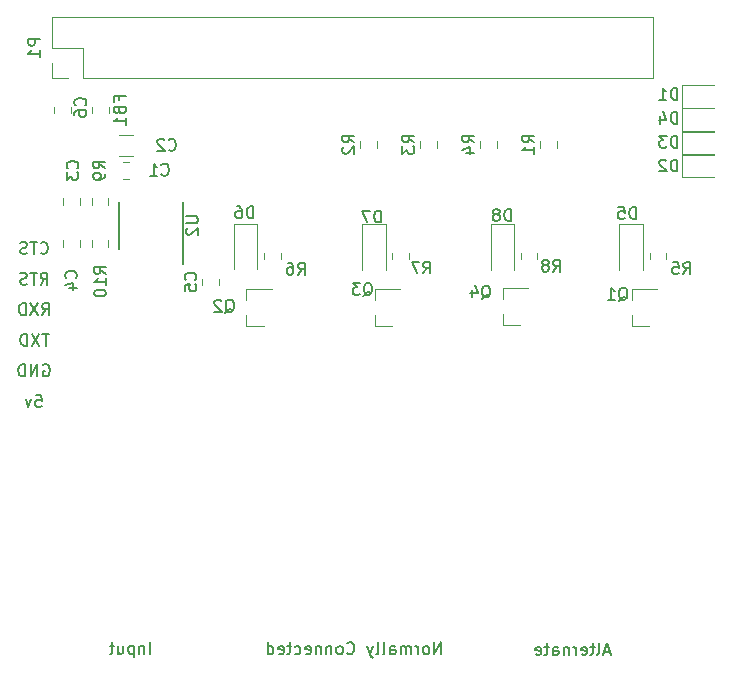
<source format=gbo>
G04 #@! TF.GenerationSoftware,KiCad,Pcbnew,(5.1.4)-1*
G04 #@! TF.CreationDate,2020-08-22T19:18:41-05:00*
G04 #@! TF.ProjectId,NetworkBreaker,4e657477-6f72-46b4-9272-65616b65722e,rev?*
G04 #@! TF.SameCoordinates,Original*
G04 #@! TF.FileFunction,Legend,Bot*
G04 #@! TF.FilePolarity,Positive*
%FSLAX46Y46*%
G04 Gerber Fmt 4.6, Leading zero omitted, Abs format (unit mm)*
G04 Created by KiCad (PCBNEW (5.1.4)-1) date 2020-08-22 19:18:41*
%MOMM*%
%LPD*%
G04 APERTURE LIST*
%ADD10C,0.150000*%
%ADD11C,0.120000*%
G04 APERTURE END LIST*
D10*
X206338819Y-114974942D02*
X206386438Y-115022561D01*
X206529295Y-115070180D01*
X206624533Y-115070180D01*
X206767390Y-115022561D01*
X206862628Y-114927323D01*
X206910247Y-114832085D01*
X206957866Y-114641609D01*
X206957866Y-114498752D01*
X206910247Y-114308276D01*
X206862628Y-114213038D01*
X206767390Y-114117800D01*
X206624533Y-114070180D01*
X206529295Y-114070180D01*
X206386438Y-114117800D01*
X206338819Y-114165419D01*
X206053104Y-114070180D02*
X205481676Y-114070180D01*
X205767390Y-115070180D02*
X205767390Y-114070180D01*
X205195961Y-115022561D02*
X205053104Y-115070180D01*
X204815009Y-115070180D01*
X204719771Y-115022561D01*
X204672152Y-114974942D01*
X204624533Y-114879704D01*
X204624533Y-114784466D01*
X204672152Y-114689228D01*
X204719771Y-114641609D01*
X204815009Y-114593990D01*
X205005485Y-114546371D01*
X205100723Y-114498752D01*
X205148342Y-114451133D01*
X205195961Y-114355895D01*
X205195961Y-114260657D01*
X205148342Y-114165419D01*
X205100723Y-114117800D01*
X205005485Y-114070180D01*
X204767390Y-114070180D01*
X204624533Y-114117800D01*
X206457866Y-120251780D02*
X206791200Y-119775590D01*
X207029295Y-120251780D02*
X207029295Y-119251780D01*
X206648342Y-119251780D01*
X206553104Y-119299400D01*
X206505485Y-119347019D01*
X206457866Y-119442257D01*
X206457866Y-119585114D01*
X206505485Y-119680352D01*
X206553104Y-119727971D01*
X206648342Y-119775590D01*
X207029295Y-119775590D01*
X206124533Y-119251780D02*
X205457866Y-120251780D01*
X205457866Y-119251780D02*
X206124533Y-120251780D01*
X205076914Y-120251780D02*
X205076914Y-119251780D01*
X204838819Y-119251780D01*
X204695961Y-119299400D01*
X204600723Y-119394638D01*
X204553104Y-119489876D01*
X204505485Y-119680352D01*
X204505485Y-119823209D01*
X204553104Y-120013685D01*
X204600723Y-120108923D01*
X204695961Y-120204161D01*
X204838819Y-120251780D01*
X205076914Y-120251780D01*
X205934057Y-127024180D02*
X206410247Y-127024180D01*
X206457866Y-127500371D01*
X206410247Y-127452752D01*
X206315009Y-127405133D01*
X206076914Y-127405133D01*
X205981676Y-127452752D01*
X205934057Y-127500371D01*
X205886438Y-127595609D01*
X205886438Y-127833704D01*
X205934057Y-127928942D01*
X205981676Y-127976561D01*
X206076914Y-128024180D01*
X206315009Y-128024180D01*
X206410247Y-127976561D01*
X206457866Y-127928942D01*
X205553104Y-127357514D02*
X205315009Y-128024180D01*
X205076914Y-127357514D01*
X206553104Y-124481000D02*
X206648342Y-124433380D01*
X206791200Y-124433380D01*
X206934057Y-124481000D01*
X207029295Y-124576238D01*
X207076914Y-124671476D01*
X207124533Y-124861952D01*
X207124533Y-125004809D01*
X207076914Y-125195285D01*
X207029295Y-125290523D01*
X206934057Y-125385761D01*
X206791200Y-125433380D01*
X206695961Y-125433380D01*
X206553104Y-125385761D01*
X206505485Y-125338142D01*
X206505485Y-125004809D01*
X206695961Y-125004809D01*
X206076914Y-125433380D02*
X206076914Y-124433380D01*
X205505485Y-125433380D01*
X205505485Y-124433380D01*
X205029295Y-125433380D02*
X205029295Y-124433380D01*
X204791200Y-124433380D01*
X204648342Y-124481000D01*
X204553104Y-124576238D01*
X204505485Y-124671476D01*
X204457866Y-124861952D01*
X204457866Y-125004809D01*
X204505485Y-125195285D01*
X204553104Y-125290523D01*
X204648342Y-125385761D01*
X204791200Y-125433380D01*
X205029295Y-125433380D01*
X206338819Y-117660980D02*
X206672152Y-117184790D01*
X206910247Y-117660980D02*
X206910247Y-116660980D01*
X206529295Y-116660980D01*
X206434057Y-116708600D01*
X206386438Y-116756219D01*
X206338819Y-116851457D01*
X206338819Y-116994314D01*
X206386438Y-117089552D01*
X206434057Y-117137171D01*
X206529295Y-117184790D01*
X206910247Y-117184790D01*
X206053104Y-116660980D02*
X205481676Y-116660980D01*
X205767390Y-117660980D02*
X205767390Y-116660980D01*
X205195961Y-117613361D02*
X205053104Y-117660980D01*
X204815009Y-117660980D01*
X204719771Y-117613361D01*
X204672152Y-117565742D01*
X204624533Y-117470504D01*
X204624533Y-117375266D01*
X204672152Y-117280028D01*
X204719771Y-117232409D01*
X204815009Y-117184790D01*
X205005485Y-117137171D01*
X205100723Y-117089552D01*
X205148342Y-117041933D01*
X205195961Y-116946695D01*
X205195961Y-116851457D01*
X205148342Y-116756219D01*
X205100723Y-116708600D01*
X205005485Y-116660980D01*
X204767390Y-116660980D01*
X204624533Y-116708600D01*
X207053104Y-121842580D02*
X206481676Y-121842580D01*
X206767390Y-122842580D02*
X206767390Y-121842580D01*
X206243580Y-121842580D02*
X205576914Y-122842580D01*
X205576914Y-121842580D02*
X206243580Y-122842580D01*
X205195961Y-122842580D02*
X205195961Y-121842580D01*
X204957866Y-121842580D01*
X204815009Y-121890200D01*
X204719771Y-121985438D01*
X204672152Y-122080676D01*
X204624533Y-122271152D01*
X204624533Y-122414009D01*
X204672152Y-122604485D01*
X204719771Y-122699723D01*
X204815009Y-122794961D01*
X204957866Y-122842580D01*
X205195961Y-122842580D01*
X240251733Y-148953780D02*
X240251733Y-147953780D01*
X239680304Y-148953780D01*
X239680304Y-147953780D01*
X239061257Y-148953780D02*
X239156495Y-148906161D01*
X239204114Y-148858542D01*
X239251733Y-148763304D01*
X239251733Y-148477590D01*
X239204114Y-148382352D01*
X239156495Y-148334733D01*
X239061257Y-148287114D01*
X238918400Y-148287114D01*
X238823161Y-148334733D01*
X238775542Y-148382352D01*
X238727923Y-148477590D01*
X238727923Y-148763304D01*
X238775542Y-148858542D01*
X238823161Y-148906161D01*
X238918400Y-148953780D01*
X239061257Y-148953780D01*
X238299352Y-148953780D02*
X238299352Y-148287114D01*
X238299352Y-148477590D02*
X238251733Y-148382352D01*
X238204114Y-148334733D01*
X238108876Y-148287114D01*
X238013638Y-148287114D01*
X237680304Y-148953780D02*
X237680304Y-148287114D01*
X237680304Y-148382352D02*
X237632685Y-148334733D01*
X237537447Y-148287114D01*
X237394590Y-148287114D01*
X237299352Y-148334733D01*
X237251733Y-148429971D01*
X237251733Y-148953780D01*
X237251733Y-148429971D02*
X237204114Y-148334733D01*
X237108876Y-148287114D01*
X236966019Y-148287114D01*
X236870780Y-148334733D01*
X236823161Y-148429971D01*
X236823161Y-148953780D01*
X235918400Y-148953780D02*
X235918400Y-148429971D01*
X235966019Y-148334733D01*
X236061257Y-148287114D01*
X236251733Y-148287114D01*
X236346971Y-148334733D01*
X235918400Y-148906161D02*
X236013638Y-148953780D01*
X236251733Y-148953780D01*
X236346971Y-148906161D01*
X236394590Y-148810923D01*
X236394590Y-148715685D01*
X236346971Y-148620447D01*
X236251733Y-148572828D01*
X236013638Y-148572828D01*
X235918400Y-148525209D01*
X235299352Y-148953780D02*
X235394590Y-148906161D01*
X235442209Y-148810923D01*
X235442209Y-147953780D01*
X234775542Y-148953780D02*
X234870780Y-148906161D01*
X234918400Y-148810923D01*
X234918400Y-147953780D01*
X234489828Y-148287114D02*
X234251733Y-148953780D01*
X234013638Y-148287114D02*
X234251733Y-148953780D01*
X234346971Y-149191876D01*
X234394590Y-149239495D01*
X234489828Y-149287114D01*
X232299352Y-148858542D02*
X232346971Y-148906161D01*
X232489828Y-148953780D01*
X232585066Y-148953780D01*
X232727923Y-148906161D01*
X232823161Y-148810923D01*
X232870780Y-148715685D01*
X232918400Y-148525209D01*
X232918400Y-148382352D01*
X232870780Y-148191876D01*
X232823161Y-148096638D01*
X232727923Y-148001400D01*
X232585066Y-147953780D01*
X232489828Y-147953780D01*
X232346971Y-148001400D01*
X232299352Y-148049019D01*
X231727923Y-148953780D02*
X231823161Y-148906161D01*
X231870780Y-148858542D01*
X231918400Y-148763304D01*
X231918400Y-148477590D01*
X231870780Y-148382352D01*
X231823161Y-148334733D01*
X231727923Y-148287114D01*
X231585066Y-148287114D01*
X231489828Y-148334733D01*
X231442209Y-148382352D01*
X231394590Y-148477590D01*
X231394590Y-148763304D01*
X231442209Y-148858542D01*
X231489828Y-148906161D01*
X231585066Y-148953780D01*
X231727923Y-148953780D01*
X230966019Y-148287114D02*
X230966019Y-148953780D01*
X230966019Y-148382352D02*
X230918400Y-148334733D01*
X230823161Y-148287114D01*
X230680304Y-148287114D01*
X230585066Y-148334733D01*
X230537447Y-148429971D01*
X230537447Y-148953780D01*
X230061257Y-148287114D02*
X230061257Y-148953780D01*
X230061257Y-148382352D02*
X230013638Y-148334733D01*
X229918400Y-148287114D01*
X229775542Y-148287114D01*
X229680304Y-148334733D01*
X229632685Y-148429971D01*
X229632685Y-148953780D01*
X228775542Y-148906161D02*
X228870780Y-148953780D01*
X229061257Y-148953780D01*
X229156495Y-148906161D01*
X229204114Y-148810923D01*
X229204114Y-148429971D01*
X229156495Y-148334733D01*
X229061257Y-148287114D01*
X228870780Y-148287114D01*
X228775542Y-148334733D01*
X228727923Y-148429971D01*
X228727923Y-148525209D01*
X229204114Y-148620447D01*
X227870780Y-148906161D02*
X227966019Y-148953780D01*
X228156495Y-148953780D01*
X228251733Y-148906161D01*
X228299352Y-148858542D01*
X228346971Y-148763304D01*
X228346971Y-148477590D01*
X228299352Y-148382352D01*
X228251733Y-148334733D01*
X228156495Y-148287114D01*
X227966019Y-148287114D01*
X227870780Y-148334733D01*
X227585066Y-148287114D02*
X227204114Y-148287114D01*
X227442209Y-147953780D02*
X227442209Y-148810923D01*
X227394590Y-148906161D01*
X227299352Y-148953780D01*
X227204114Y-148953780D01*
X226489828Y-148906161D02*
X226585066Y-148953780D01*
X226775542Y-148953780D01*
X226870780Y-148906161D01*
X226918400Y-148810923D01*
X226918400Y-148429971D01*
X226870780Y-148334733D01*
X226775542Y-148287114D01*
X226585066Y-148287114D01*
X226489828Y-148334733D01*
X226442209Y-148429971D01*
X226442209Y-148525209D01*
X226918400Y-148620447D01*
X225585066Y-148953780D02*
X225585066Y-147953780D01*
X225585066Y-148906161D02*
X225680304Y-148953780D01*
X225870780Y-148953780D01*
X225966019Y-148906161D01*
X226013638Y-148858542D01*
X226061257Y-148763304D01*
X226061257Y-148477590D01*
X226013638Y-148382352D01*
X225966019Y-148334733D01*
X225870780Y-148287114D01*
X225680304Y-148287114D01*
X225585066Y-148334733D01*
X215612857Y-148902980D02*
X215612857Y-147902980D01*
X215136666Y-148236314D02*
X215136666Y-148902980D01*
X215136666Y-148331552D02*
X215089047Y-148283933D01*
X214993809Y-148236314D01*
X214850952Y-148236314D01*
X214755714Y-148283933D01*
X214708095Y-148379171D01*
X214708095Y-148902980D01*
X214231904Y-148236314D02*
X214231904Y-149236314D01*
X214231904Y-148283933D02*
X214136666Y-148236314D01*
X213946190Y-148236314D01*
X213850952Y-148283933D01*
X213803333Y-148331552D01*
X213755714Y-148426790D01*
X213755714Y-148712504D01*
X213803333Y-148807742D01*
X213850952Y-148855361D01*
X213946190Y-148902980D01*
X214136666Y-148902980D01*
X214231904Y-148855361D01*
X212898571Y-148236314D02*
X212898571Y-148902980D01*
X213327142Y-148236314D02*
X213327142Y-148760123D01*
X213279523Y-148855361D01*
X213184285Y-148902980D01*
X213041428Y-148902980D01*
X212946190Y-148855361D01*
X212898571Y-148807742D01*
X212565238Y-148236314D02*
X212184285Y-148236314D01*
X212422380Y-147902980D02*
X212422380Y-148760123D01*
X212374761Y-148855361D01*
X212279523Y-148902980D01*
X212184285Y-148902980D01*
X254527057Y-148744266D02*
X254050866Y-148744266D01*
X254622295Y-149029980D02*
X254288961Y-148029980D01*
X253955628Y-149029980D01*
X253479438Y-149029980D02*
X253574676Y-148982361D01*
X253622295Y-148887123D01*
X253622295Y-148029980D01*
X253241342Y-148363314D02*
X252860390Y-148363314D01*
X253098485Y-148029980D02*
X253098485Y-148887123D01*
X253050866Y-148982361D01*
X252955628Y-149029980D01*
X252860390Y-149029980D01*
X252146104Y-148982361D02*
X252241342Y-149029980D01*
X252431819Y-149029980D01*
X252527057Y-148982361D01*
X252574676Y-148887123D01*
X252574676Y-148506171D01*
X252527057Y-148410933D01*
X252431819Y-148363314D01*
X252241342Y-148363314D01*
X252146104Y-148410933D01*
X252098485Y-148506171D01*
X252098485Y-148601409D01*
X252574676Y-148696647D01*
X251669914Y-149029980D02*
X251669914Y-148363314D01*
X251669914Y-148553790D02*
X251622295Y-148458552D01*
X251574676Y-148410933D01*
X251479438Y-148363314D01*
X251384200Y-148363314D01*
X251050866Y-148363314D02*
X251050866Y-149029980D01*
X251050866Y-148458552D02*
X251003247Y-148410933D01*
X250908009Y-148363314D01*
X250765152Y-148363314D01*
X250669914Y-148410933D01*
X250622295Y-148506171D01*
X250622295Y-149029980D01*
X249717533Y-149029980D02*
X249717533Y-148506171D01*
X249765152Y-148410933D01*
X249860390Y-148363314D01*
X250050866Y-148363314D01*
X250146104Y-148410933D01*
X249717533Y-148982361D02*
X249812771Y-149029980D01*
X250050866Y-149029980D01*
X250146104Y-148982361D01*
X250193723Y-148887123D01*
X250193723Y-148791885D01*
X250146104Y-148696647D01*
X250050866Y-148649028D01*
X249812771Y-148649028D01*
X249717533Y-148601409D01*
X249384200Y-148363314D02*
X249003247Y-148363314D01*
X249241342Y-148029980D02*
X249241342Y-148887123D01*
X249193723Y-148982361D01*
X249098485Y-149029980D01*
X249003247Y-149029980D01*
X248288961Y-148982361D02*
X248384200Y-149029980D01*
X248574676Y-149029980D01*
X248669914Y-148982361D01*
X248717533Y-148887123D01*
X248717533Y-148506171D01*
X248669914Y-148410933D01*
X248574676Y-148363314D01*
X248384200Y-148363314D01*
X248288961Y-148410933D01*
X248241342Y-148506171D01*
X248241342Y-148601409D01*
X248717533Y-148696647D01*
D11*
X233565166Y-112557500D02*
X233565166Y-116407500D01*
X235565166Y-112557500D02*
X235565166Y-116407500D01*
X233565166Y-112557500D02*
X235565166Y-112557500D01*
X210669200Y-114444578D02*
X210669200Y-113927422D01*
X212089200Y-114444578D02*
X212089200Y-113927422D01*
X210669200Y-110888578D02*
X210669200Y-110371422D01*
X212089200Y-110888578D02*
X212089200Y-110371422D01*
X210720000Y-103169652D02*
X210720000Y-102647148D01*
X212140000Y-103169652D02*
X212140000Y-102647148D01*
X207519600Y-103166978D02*
X207519600Y-102649822D01*
X208939600Y-103166978D02*
X208939600Y-102649822D01*
X221436400Y-117178622D02*
X221436400Y-117695778D01*
X220016400Y-117178622D02*
X220016400Y-117695778D01*
X209701600Y-113927422D02*
X209701600Y-114444578D01*
X208281600Y-113927422D02*
X208281600Y-114444578D01*
X209701600Y-110371422D02*
X209701600Y-110888578D01*
X208281600Y-110371422D02*
X208281600Y-110888578D01*
X214165664Y-106815600D02*
X212961536Y-106815600D01*
X214165664Y-104995600D02*
X212961536Y-104995600D01*
X213822178Y-108698400D02*
X213305022Y-108698400D01*
X213822178Y-107278400D02*
X213305022Y-107278400D01*
X245468000Y-121100000D02*
X246928000Y-121100000D01*
X245468000Y-117940000D02*
X247628000Y-117940000D01*
X245468000Y-117940000D02*
X245468000Y-118870000D01*
X245468000Y-121100000D02*
X245468000Y-120170000D01*
X234630666Y-121163500D02*
X236090666Y-121163500D01*
X234630666Y-118003500D02*
X236790666Y-118003500D01*
X234630666Y-118003500D02*
X234630666Y-118933500D01*
X234630666Y-121163500D02*
X234630666Y-120233500D01*
X223776400Y-121163500D02*
X225236400Y-121163500D01*
X223776400Y-118003500D02*
X225936400Y-118003500D01*
X223776400Y-118003500D02*
X223776400Y-118933500D01*
X223776400Y-121163500D02*
X223776400Y-120233500D01*
X244444832Y-112557500D02*
X244444832Y-116407500D01*
X246444832Y-112557500D02*
X246444832Y-116407500D01*
X244444832Y-112557500D02*
X246444832Y-112557500D01*
X222685500Y-112522500D02*
X222685500Y-116372500D01*
X224685500Y-112522500D02*
X224685500Y-116372500D01*
X222685500Y-112522500D02*
X224685500Y-112522500D01*
X255324500Y-112557500D02*
X255324500Y-116407500D01*
X257324500Y-112557500D02*
X257324500Y-116407500D01*
X255324500Y-112557500D02*
X257324500Y-112557500D01*
D10*
X218422200Y-115937000D02*
X218422200Y-110662000D01*
X213022200Y-114662000D02*
X213022200Y-110662000D01*
D11*
X246978500Y-115536078D02*
X246978500Y-115018922D01*
X248398500Y-115536078D02*
X248398500Y-115018922D01*
X236120000Y-115536078D02*
X236120000Y-115018922D01*
X237540000Y-115536078D02*
X237540000Y-115018922D01*
X225248800Y-115501078D02*
X225248800Y-114983922D01*
X226668800Y-115501078D02*
X226668800Y-114983922D01*
X257900500Y-115536078D02*
X257900500Y-115018922D01*
X259320500Y-115536078D02*
X259320500Y-115018922D01*
X244969500Y-105545422D02*
X244969500Y-106062578D01*
X243549500Y-105545422D02*
X243549500Y-106062578D01*
X239889500Y-105545422D02*
X239889500Y-106062578D01*
X238469500Y-105545422D02*
X238469500Y-106062578D01*
X234809500Y-105545422D02*
X234809500Y-106062578D01*
X233389500Y-105545422D02*
X233389500Y-106062578D01*
X250049500Y-105545422D02*
X250049500Y-106062578D01*
X248629500Y-105545422D02*
X248629500Y-106062578D01*
X256390000Y-121163500D02*
X257850000Y-121163500D01*
X256390000Y-118003500D02*
X258550000Y-118003500D01*
X256390000Y-118003500D02*
X256390000Y-118933500D01*
X256390000Y-121163500D02*
X256390000Y-120233500D01*
X207306000Y-98882500D02*
X207306000Y-100212500D01*
X207306000Y-100212500D02*
X208636000Y-100212500D01*
X207306000Y-97612500D02*
X209906000Y-97612500D01*
X209906000Y-97612500D02*
X209906000Y-100212500D01*
X209906000Y-100212500D02*
X258226000Y-100212500D01*
X258226000Y-95012500D02*
X258226000Y-100212500D01*
X207306000Y-95012500D02*
X258226000Y-95012500D01*
X207306000Y-95012500D02*
X207306000Y-97612500D01*
X260672000Y-102744266D02*
X263357000Y-102744266D01*
X260672000Y-104664266D02*
X260672000Y-102744266D01*
X263357000Y-104664266D02*
X260672000Y-104664266D01*
X260672000Y-104708532D02*
X263357000Y-104708532D01*
X260672000Y-106628532D02*
X260672000Y-104708532D01*
X263357000Y-106628532D02*
X260672000Y-106628532D01*
X260672000Y-106672798D02*
X263357000Y-106672798D01*
X260672000Y-108592798D02*
X260672000Y-106672798D01*
X263357000Y-108592798D02*
X260672000Y-108592798D01*
X260672000Y-100780000D02*
X263357000Y-100780000D01*
X260672000Y-102700000D02*
X260672000Y-100780000D01*
X263357000Y-102700000D02*
X260672000Y-102700000D01*
D10*
X235155095Y-112403180D02*
X235155095Y-111403180D01*
X234917000Y-111403180D01*
X234774142Y-111450800D01*
X234678904Y-111546038D01*
X234631285Y-111641276D01*
X234583666Y-111831752D01*
X234583666Y-111974609D01*
X234631285Y-112165085D01*
X234678904Y-112260323D01*
X234774142Y-112355561D01*
X234917000Y-112403180D01*
X235155095Y-112403180D01*
X234250333Y-111403180D02*
X233583666Y-111403180D01*
X234012238Y-112403180D01*
X211882380Y-116768942D02*
X211406190Y-116435609D01*
X211882380Y-116197514D02*
X210882380Y-116197514D01*
X210882380Y-116578466D01*
X210930000Y-116673704D01*
X210977619Y-116721323D01*
X211072857Y-116768942D01*
X211215714Y-116768942D01*
X211310952Y-116721323D01*
X211358571Y-116673704D01*
X211406190Y-116578466D01*
X211406190Y-116197514D01*
X211882380Y-117721323D02*
X211882380Y-117149895D01*
X211882380Y-117435609D02*
X210882380Y-117435609D01*
X211025238Y-117340371D01*
X211120476Y-117245133D01*
X211168095Y-117149895D01*
X210882380Y-118340371D02*
X210882380Y-118435609D01*
X210930000Y-118530847D01*
X210977619Y-118578466D01*
X211072857Y-118626085D01*
X211263333Y-118673704D01*
X211501428Y-118673704D01*
X211691904Y-118626085D01*
X211787142Y-118578466D01*
X211834761Y-118530847D01*
X211882380Y-118435609D01*
X211882380Y-118340371D01*
X211834761Y-118245133D01*
X211787142Y-118197514D01*
X211691904Y-118149895D01*
X211501428Y-118102276D01*
X211263333Y-118102276D01*
X211072857Y-118149895D01*
X210977619Y-118197514D01*
X210930000Y-118245133D01*
X210882380Y-118340371D01*
X211806180Y-107821733D02*
X211329990Y-107488400D01*
X211806180Y-107250304D02*
X210806180Y-107250304D01*
X210806180Y-107631257D01*
X210853800Y-107726495D01*
X210901419Y-107774114D01*
X210996657Y-107821733D01*
X211139514Y-107821733D01*
X211234752Y-107774114D01*
X211282371Y-107726495D01*
X211329990Y-107631257D01*
X211329990Y-107250304D01*
X211806180Y-108297923D02*
X211806180Y-108488400D01*
X211758561Y-108583638D01*
X211710942Y-108631257D01*
X211568085Y-108726495D01*
X211377609Y-108774114D01*
X210996657Y-108774114D01*
X210901419Y-108726495D01*
X210853800Y-108678876D01*
X210806180Y-108583638D01*
X210806180Y-108393161D01*
X210853800Y-108297923D01*
X210901419Y-108250304D01*
X210996657Y-108202685D01*
X211234752Y-108202685D01*
X211329990Y-108250304D01*
X211377609Y-108297923D01*
X211425228Y-108393161D01*
X211425228Y-108583638D01*
X211377609Y-108678876D01*
X211329990Y-108726495D01*
X211234752Y-108774114D01*
X213008571Y-102075066D02*
X213008571Y-101741733D01*
X213532380Y-101741733D02*
X212532380Y-101741733D01*
X212532380Y-102217923D01*
X213008571Y-102932209D02*
X213056190Y-103075066D01*
X213103809Y-103122685D01*
X213199047Y-103170304D01*
X213341904Y-103170304D01*
X213437142Y-103122685D01*
X213484761Y-103075066D01*
X213532380Y-102979828D01*
X213532380Y-102598876D01*
X212532380Y-102598876D01*
X212532380Y-102932209D01*
X212580000Y-103027447D01*
X212627619Y-103075066D01*
X212722857Y-103122685D01*
X212818095Y-103122685D01*
X212913333Y-103075066D01*
X212960952Y-103027447D01*
X213008571Y-102932209D01*
X213008571Y-102598876D01*
X213532380Y-104122685D02*
X213532380Y-103551257D01*
X213532380Y-103836971D02*
X212532380Y-103836971D01*
X212675238Y-103741733D01*
X212770476Y-103646495D01*
X212818095Y-103551257D01*
X210110742Y-102487733D02*
X210158361Y-102440114D01*
X210205980Y-102297257D01*
X210205980Y-102202019D01*
X210158361Y-102059161D01*
X210063123Y-101963923D01*
X209967885Y-101916304D01*
X209777409Y-101868685D01*
X209634552Y-101868685D01*
X209444076Y-101916304D01*
X209348838Y-101963923D01*
X209253600Y-102059161D01*
X209205980Y-102202019D01*
X209205980Y-102297257D01*
X209253600Y-102440114D01*
X209301219Y-102487733D01*
X209205980Y-103344876D02*
X209205980Y-103154400D01*
X209253600Y-103059161D01*
X209301219Y-103011542D01*
X209444076Y-102916304D01*
X209634552Y-102868685D01*
X210015504Y-102868685D01*
X210110742Y-102916304D01*
X210158361Y-102963923D01*
X210205980Y-103059161D01*
X210205980Y-103249638D01*
X210158361Y-103344876D01*
X210110742Y-103392495D01*
X210015504Y-103440114D01*
X209777409Y-103440114D01*
X209682171Y-103392495D01*
X209634552Y-103344876D01*
X209586933Y-103249638D01*
X209586933Y-103059161D01*
X209634552Y-102963923D01*
X209682171Y-102916304D01*
X209777409Y-102868685D01*
X219433542Y-117270533D02*
X219481161Y-117222914D01*
X219528780Y-117080057D01*
X219528780Y-116984819D01*
X219481161Y-116841961D01*
X219385923Y-116746723D01*
X219290685Y-116699104D01*
X219100209Y-116651485D01*
X218957352Y-116651485D01*
X218766876Y-116699104D01*
X218671638Y-116746723D01*
X218576400Y-116841961D01*
X218528780Y-116984819D01*
X218528780Y-117080057D01*
X218576400Y-117222914D01*
X218624019Y-117270533D01*
X218528780Y-118175295D02*
X218528780Y-117699104D01*
X219004971Y-117651485D01*
X218957352Y-117699104D01*
X218909733Y-117794342D01*
X218909733Y-118032438D01*
X218957352Y-118127676D01*
X219004971Y-118175295D01*
X219100209Y-118222914D01*
X219338304Y-118222914D01*
X219433542Y-118175295D01*
X219481161Y-118127676D01*
X219528780Y-118032438D01*
X219528780Y-117794342D01*
X219481161Y-117699104D01*
X219433542Y-117651485D01*
X209323342Y-117118133D02*
X209370961Y-117070514D01*
X209418580Y-116927657D01*
X209418580Y-116832419D01*
X209370961Y-116689561D01*
X209275723Y-116594323D01*
X209180485Y-116546704D01*
X208990009Y-116499085D01*
X208847152Y-116499085D01*
X208656676Y-116546704D01*
X208561438Y-116594323D01*
X208466200Y-116689561D01*
X208418580Y-116832419D01*
X208418580Y-116927657D01*
X208466200Y-117070514D01*
X208513819Y-117118133D01*
X208751914Y-117975276D02*
X209418580Y-117975276D01*
X208370961Y-117737180D02*
X209085247Y-117499085D01*
X209085247Y-118118133D01*
X209450342Y-107821733D02*
X209497961Y-107774114D01*
X209545580Y-107631257D01*
X209545580Y-107536019D01*
X209497961Y-107393161D01*
X209402723Y-107297923D01*
X209307485Y-107250304D01*
X209117009Y-107202685D01*
X208974152Y-107202685D01*
X208783676Y-107250304D01*
X208688438Y-107297923D01*
X208593200Y-107393161D01*
X208545580Y-107536019D01*
X208545580Y-107631257D01*
X208593200Y-107774114D01*
X208640819Y-107821733D01*
X208545580Y-108155066D02*
X208545580Y-108774114D01*
X208926533Y-108440780D01*
X208926533Y-108583638D01*
X208974152Y-108678876D01*
X209021771Y-108726495D01*
X209117009Y-108774114D01*
X209355104Y-108774114D01*
X209450342Y-108726495D01*
X209497961Y-108678876D01*
X209545580Y-108583638D01*
X209545580Y-108297923D01*
X209497961Y-108202685D01*
X209450342Y-108155066D01*
X217184666Y-106237342D02*
X217232285Y-106284961D01*
X217375142Y-106332580D01*
X217470380Y-106332580D01*
X217613238Y-106284961D01*
X217708476Y-106189723D01*
X217756095Y-106094485D01*
X217803714Y-105904009D01*
X217803714Y-105761152D01*
X217756095Y-105570676D01*
X217708476Y-105475438D01*
X217613238Y-105380200D01*
X217470380Y-105332580D01*
X217375142Y-105332580D01*
X217232285Y-105380200D01*
X217184666Y-105427819D01*
X216803714Y-105427819D02*
X216756095Y-105380200D01*
X216660857Y-105332580D01*
X216422761Y-105332580D01*
X216327523Y-105380200D01*
X216279904Y-105427819D01*
X216232285Y-105523057D01*
X216232285Y-105618295D01*
X216279904Y-105761152D01*
X216851333Y-106332580D01*
X216232285Y-106332580D01*
X216575066Y-108345542D02*
X216622685Y-108393161D01*
X216765542Y-108440780D01*
X216860780Y-108440780D01*
X217003638Y-108393161D01*
X217098876Y-108297923D01*
X217146495Y-108202685D01*
X217194114Y-108012209D01*
X217194114Y-107869352D01*
X217146495Y-107678876D01*
X217098876Y-107583638D01*
X217003638Y-107488400D01*
X216860780Y-107440780D01*
X216765542Y-107440780D01*
X216622685Y-107488400D01*
X216575066Y-107536019D01*
X215622685Y-108440780D02*
X216194114Y-108440780D01*
X215908400Y-108440780D02*
X215908400Y-107440780D01*
X216003638Y-107583638D01*
X216098876Y-107678876D01*
X216194114Y-107726495D01*
X243681638Y-118848419D02*
X243776876Y-118800800D01*
X243872114Y-118705561D01*
X244014971Y-118562704D01*
X244110209Y-118515085D01*
X244205447Y-118515085D01*
X244157828Y-118753180D02*
X244253066Y-118705561D01*
X244348304Y-118610323D01*
X244395923Y-118419847D01*
X244395923Y-118086514D01*
X244348304Y-117896038D01*
X244253066Y-117800800D01*
X244157828Y-117753180D01*
X243967352Y-117753180D01*
X243872114Y-117800800D01*
X243776876Y-117896038D01*
X243729257Y-118086514D01*
X243729257Y-118419847D01*
X243776876Y-118610323D01*
X243872114Y-118705561D01*
X243967352Y-118753180D01*
X244157828Y-118753180D01*
X242872114Y-118086514D02*
X242872114Y-118753180D01*
X243110209Y-117705561D02*
X243348304Y-118419847D01*
X242729257Y-118419847D01*
X233674038Y-118619819D02*
X233769276Y-118572200D01*
X233864514Y-118476961D01*
X234007371Y-118334104D01*
X234102609Y-118286485D01*
X234197847Y-118286485D01*
X234150228Y-118524580D02*
X234245466Y-118476961D01*
X234340704Y-118381723D01*
X234388323Y-118191247D01*
X234388323Y-117857914D01*
X234340704Y-117667438D01*
X234245466Y-117572200D01*
X234150228Y-117524580D01*
X233959752Y-117524580D01*
X233864514Y-117572200D01*
X233769276Y-117667438D01*
X233721657Y-117857914D01*
X233721657Y-118191247D01*
X233769276Y-118381723D01*
X233864514Y-118476961D01*
X233959752Y-118524580D01*
X234150228Y-118524580D01*
X233388323Y-117524580D02*
X232769276Y-117524580D01*
X233102609Y-117905533D01*
X232959752Y-117905533D01*
X232864514Y-117953152D01*
X232816895Y-118000771D01*
X232769276Y-118096009D01*
X232769276Y-118334104D01*
X232816895Y-118429342D01*
X232864514Y-118476961D01*
X232959752Y-118524580D01*
X233245466Y-118524580D01*
X233340704Y-118476961D01*
X233388323Y-118429342D01*
X221964638Y-120042219D02*
X222059876Y-119994600D01*
X222155114Y-119899361D01*
X222297971Y-119756504D01*
X222393209Y-119708885D01*
X222488447Y-119708885D01*
X222440828Y-119946980D02*
X222536066Y-119899361D01*
X222631304Y-119804123D01*
X222678923Y-119613647D01*
X222678923Y-119280314D01*
X222631304Y-119089838D01*
X222536066Y-118994600D01*
X222440828Y-118946980D01*
X222250352Y-118946980D01*
X222155114Y-118994600D01*
X222059876Y-119089838D01*
X222012257Y-119280314D01*
X222012257Y-119613647D01*
X222059876Y-119804123D01*
X222155114Y-119899361D01*
X222250352Y-119946980D01*
X222440828Y-119946980D01*
X221631304Y-119042219D02*
X221583685Y-118994600D01*
X221488447Y-118946980D01*
X221250352Y-118946980D01*
X221155114Y-118994600D01*
X221107495Y-119042219D01*
X221059876Y-119137457D01*
X221059876Y-119232695D01*
X221107495Y-119375552D01*
X221678923Y-119946980D01*
X221059876Y-119946980D01*
X246153295Y-112276180D02*
X246153295Y-111276180D01*
X245915200Y-111276180D01*
X245772342Y-111323800D01*
X245677104Y-111419038D01*
X245629485Y-111514276D01*
X245581866Y-111704752D01*
X245581866Y-111847609D01*
X245629485Y-112038085D01*
X245677104Y-112133323D01*
X245772342Y-112228561D01*
X245915200Y-112276180D01*
X246153295Y-112276180D01*
X245010438Y-111704752D02*
X245105676Y-111657133D01*
X245153295Y-111609514D01*
X245200914Y-111514276D01*
X245200914Y-111466657D01*
X245153295Y-111371419D01*
X245105676Y-111323800D01*
X245010438Y-111276180D01*
X244819961Y-111276180D01*
X244724723Y-111323800D01*
X244677104Y-111371419D01*
X244629485Y-111466657D01*
X244629485Y-111514276D01*
X244677104Y-111609514D01*
X244724723Y-111657133D01*
X244819961Y-111704752D01*
X245010438Y-111704752D01*
X245105676Y-111752371D01*
X245153295Y-111799990D01*
X245200914Y-111895228D01*
X245200914Y-112085704D01*
X245153295Y-112180942D01*
X245105676Y-112228561D01*
X245010438Y-112276180D01*
X244819961Y-112276180D01*
X244724723Y-112228561D01*
X244677104Y-112180942D01*
X244629485Y-112085704D01*
X244629485Y-111895228D01*
X244677104Y-111799990D01*
X244724723Y-111752371D01*
X244819961Y-111704752D01*
X224360095Y-112047580D02*
X224360095Y-111047580D01*
X224122000Y-111047580D01*
X223979142Y-111095200D01*
X223883904Y-111190438D01*
X223836285Y-111285676D01*
X223788666Y-111476152D01*
X223788666Y-111619009D01*
X223836285Y-111809485D01*
X223883904Y-111904723D01*
X223979142Y-111999961D01*
X224122000Y-112047580D01*
X224360095Y-112047580D01*
X222931523Y-111047580D02*
X223122000Y-111047580D01*
X223217238Y-111095200D01*
X223264857Y-111142819D01*
X223360095Y-111285676D01*
X223407714Y-111476152D01*
X223407714Y-111857104D01*
X223360095Y-111952342D01*
X223312476Y-111999961D01*
X223217238Y-112047580D01*
X223026761Y-112047580D01*
X222931523Y-111999961D01*
X222883904Y-111952342D01*
X222836285Y-111857104D01*
X222836285Y-111619009D01*
X222883904Y-111523771D01*
X222931523Y-111476152D01*
X223026761Y-111428533D01*
X223217238Y-111428533D01*
X223312476Y-111476152D01*
X223360095Y-111523771D01*
X223407714Y-111619009D01*
X256745095Y-112098380D02*
X256745095Y-111098380D01*
X256507000Y-111098380D01*
X256364142Y-111146000D01*
X256268904Y-111241238D01*
X256221285Y-111336476D01*
X256173666Y-111526952D01*
X256173666Y-111669809D01*
X256221285Y-111860285D01*
X256268904Y-111955523D01*
X256364142Y-112050761D01*
X256507000Y-112098380D01*
X256745095Y-112098380D01*
X255268904Y-111098380D02*
X255745095Y-111098380D01*
X255792714Y-111574571D01*
X255745095Y-111526952D01*
X255649857Y-111479333D01*
X255411761Y-111479333D01*
X255316523Y-111526952D01*
X255268904Y-111574571D01*
X255221285Y-111669809D01*
X255221285Y-111907904D01*
X255268904Y-112003142D01*
X255316523Y-112050761D01*
X255411761Y-112098380D01*
X255649857Y-112098380D01*
X255745095Y-112050761D01*
X255792714Y-112003142D01*
X218649580Y-111900095D02*
X219459104Y-111900095D01*
X219554342Y-111947714D01*
X219601961Y-111995333D01*
X219649580Y-112090571D01*
X219649580Y-112281047D01*
X219601961Y-112376285D01*
X219554342Y-112423904D01*
X219459104Y-112471523D01*
X218649580Y-112471523D01*
X218744819Y-112900095D02*
X218697200Y-112947714D01*
X218649580Y-113042952D01*
X218649580Y-113281047D01*
X218697200Y-113376285D01*
X218744819Y-113423904D01*
X218840057Y-113471523D01*
X218935295Y-113471523D01*
X219078152Y-113423904D01*
X219649580Y-112852476D01*
X219649580Y-113471523D01*
X249747466Y-116568780D02*
X250080800Y-116092590D01*
X250318895Y-116568780D02*
X250318895Y-115568780D01*
X249937942Y-115568780D01*
X249842704Y-115616400D01*
X249795085Y-115664019D01*
X249747466Y-115759257D01*
X249747466Y-115902114D01*
X249795085Y-115997352D01*
X249842704Y-116044971D01*
X249937942Y-116092590D01*
X250318895Y-116092590D01*
X249176038Y-115997352D02*
X249271276Y-115949733D01*
X249318895Y-115902114D01*
X249366514Y-115806876D01*
X249366514Y-115759257D01*
X249318895Y-115664019D01*
X249271276Y-115616400D01*
X249176038Y-115568780D01*
X248985561Y-115568780D01*
X248890323Y-115616400D01*
X248842704Y-115664019D01*
X248795085Y-115759257D01*
X248795085Y-115806876D01*
X248842704Y-115902114D01*
X248890323Y-115949733D01*
X248985561Y-115997352D01*
X249176038Y-115997352D01*
X249271276Y-116044971D01*
X249318895Y-116092590D01*
X249366514Y-116187828D01*
X249366514Y-116378304D01*
X249318895Y-116473542D01*
X249271276Y-116521161D01*
X249176038Y-116568780D01*
X248985561Y-116568780D01*
X248890323Y-116521161D01*
X248842704Y-116473542D01*
X248795085Y-116378304D01*
X248795085Y-116187828D01*
X248842704Y-116092590D01*
X248890323Y-116044971D01*
X248985561Y-115997352D01*
X238749266Y-116721180D02*
X239082600Y-116244990D01*
X239320695Y-116721180D02*
X239320695Y-115721180D01*
X238939742Y-115721180D01*
X238844504Y-115768800D01*
X238796885Y-115816419D01*
X238749266Y-115911657D01*
X238749266Y-116054514D01*
X238796885Y-116149752D01*
X238844504Y-116197371D01*
X238939742Y-116244990D01*
X239320695Y-116244990D01*
X238415933Y-115721180D02*
X237749266Y-115721180D01*
X238177838Y-116721180D01*
X228132066Y-116822780D02*
X228465400Y-116346590D01*
X228703495Y-116822780D02*
X228703495Y-115822780D01*
X228322542Y-115822780D01*
X228227304Y-115870400D01*
X228179685Y-115918019D01*
X228132066Y-116013257D01*
X228132066Y-116156114D01*
X228179685Y-116251352D01*
X228227304Y-116298971D01*
X228322542Y-116346590D01*
X228703495Y-116346590D01*
X227274923Y-115822780D02*
X227465400Y-115822780D01*
X227560638Y-115870400D01*
X227608257Y-115918019D01*
X227703495Y-116060876D01*
X227751114Y-116251352D01*
X227751114Y-116632304D01*
X227703495Y-116727542D01*
X227655876Y-116775161D01*
X227560638Y-116822780D01*
X227370161Y-116822780D01*
X227274923Y-116775161D01*
X227227304Y-116727542D01*
X227179685Y-116632304D01*
X227179685Y-116394209D01*
X227227304Y-116298971D01*
X227274923Y-116251352D01*
X227370161Y-116203733D01*
X227560638Y-116203733D01*
X227655876Y-116251352D01*
X227703495Y-116298971D01*
X227751114Y-116394209D01*
X260771066Y-116771980D02*
X261104400Y-116295790D01*
X261342495Y-116771980D02*
X261342495Y-115771980D01*
X260961542Y-115771980D01*
X260866304Y-115819600D01*
X260818685Y-115867219D01*
X260771066Y-115962457D01*
X260771066Y-116105314D01*
X260818685Y-116200552D01*
X260866304Y-116248171D01*
X260961542Y-116295790D01*
X261342495Y-116295790D01*
X259866304Y-115771980D02*
X260342495Y-115771980D01*
X260390114Y-116248171D01*
X260342495Y-116200552D01*
X260247257Y-116152933D01*
X260009161Y-116152933D01*
X259913923Y-116200552D01*
X259866304Y-116248171D01*
X259818685Y-116343409D01*
X259818685Y-116581504D01*
X259866304Y-116676742D01*
X259913923Y-116724361D01*
X260009161Y-116771980D01*
X260247257Y-116771980D01*
X260342495Y-116724361D01*
X260390114Y-116676742D01*
X243061880Y-105637333D02*
X242585690Y-105304000D01*
X243061880Y-105065904D02*
X242061880Y-105065904D01*
X242061880Y-105446857D01*
X242109500Y-105542095D01*
X242157119Y-105589714D01*
X242252357Y-105637333D01*
X242395214Y-105637333D01*
X242490452Y-105589714D01*
X242538071Y-105542095D01*
X242585690Y-105446857D01*
X242585690Y-105065904D01*
X242395214Y-106494476D02*
X243061880Y-106494476D01*
X242014261Y-106256380D02*
X242728547Y-106018285D01*
X242728547Y-106637333D01*
X237981880Y-105637333D02*
X237505690Y-105304000D01*
X237981880Y-105065904D02*
X236981880Y-105065904D01*
X236981880Y-105446857D01*
X237029500Y-105542095D01*
X237077119Y-105589714D01*
X237172357Y-105637333D01*
X237315214Y-105637333D01*
X237410452Y-105589714D01*
X237458071Y-105542095D01*
X237505690Y-105446857D01*
X237505690Y-105065904D01*
X236981880Y-105970666D02*
X236981880Y-106589714D01*
X237362833Y-106256380D01*
X237362833Y-106399238D01*
X237410452Y-106494476D01*
X237458071Y-106542095D01*
X237553309Y-106589714D01*
X237791404Y-106589714D01*
X237886642Y-106542095D01*
X237934261Y-106494476D01*
X237981880Y-106399238D01*
X237981880Y-106113523D01*
X237934261Y-106018285D01*
X237886642Y-105970666D01*
X232901880Y-105637333D02*
X232425690Y-105304000D01*
X232901880Y-105065904D02*
X231901880Y-105065904D01*
X231901880Y-105446857D01*
X231949500Y-105542095D01*
X231997119Y-105589714D01*
X232092357Y-105637333D01*
X232235214Y-105637333D01*
X232330452Y-105589714D01*
X232378071Y-105542095D01*
X232425690Y-105446857D01*
X232425690Y-105065904D01*
X231997119Y-106018285D02*
X231949500Y-106065904D01*
X231901880Y-106161142D01*
X231901880Y-106399238D01*
X231949500Y-106494476D01*
X231997119Y-106542095D01*
X232092357Y-106589714D01*
X232187595Y-106589714D01*
X232330452Y-106542095D01*
X232901880Y-105970666D01*
X232901880Y-106589714D01*
X248141880Y-105637333D02*
X247665690Y-105304000D01*
X248141880Y-105065904D02*
X247141880Y-105065904D01*
X247141880Y-105446857D01*
X247189500Y-105542095D01*
X247237119Y-105589714D01*
X247332357Y-105637333D01*
X247475214Y-105637333D01*
X247570452Y-105589714D01*
X247618071Y-105542095D01*
X247665690Y-105446857D01*
X247665690Y-105065904D01*
X248141880Y-106589714D02*
X248141880Y-106018285D01*
X248141880Y-106304000D02*
X247141880Y-106304000D01*
X247284738Y-106208761D01*
X247379976Y-106113523D01*
X247427595Y-106018285D01*
X255289438Y-119026219D02*
X255384676Y-118978600D01*
X255479914Y-118883361D01*
X255622771Y-118740504D01*
X255718009Y-118692885D01*
X255813247Y-118692885D01*
X255765628Y-118930980D02*
X255860866Y-118883361D01*
X255956104Y-118788123D01*
X256003723Y-118597647D01*
X256003723Y-118264314D01*
X255956104Y-118073838D01*
X255860866Y-117978600D01*
X255765628Y-117930980D01*
X255575152Y-117930980D01*
X255479914Y-117978600D01*
X255384676Y-118073838D01*
X255337057Y-118264314D01*
X255337057Y-118597647D01*
X255384676Y-118788123D01*
X255479914Y-118883361D01*
X255575152Y-118930980D01*
X255765628Y-118930980D01*
X254384676Y-118930980D02*
X254956104Y-118930980D01*
X254670390Y-118930980D02*
X254670390Y-117930980D01*
X254765628Y-118073838D01*
X254860866Y-118169076D01*
X254956104Y-118216695D01*
X206318380Y-96874404D02*
X205318380Y-96874404D01*
X205318380Y-97255357D01*
X205366000Y-97350595D01*
X205413619Y-97398214D01*
X205508857Y-97445833D01*
X205651714Y-97445833D01*
X205746952Y-97398214D01*
X205794571Y-97350595D01*
X205842190Y-97255357D01*
X205842190Y-96874404D01*
X206318380Y-98398214D02*
X206318380Y-97826785D01*
X206318380Y-98112500D02*
X205318380Y-98112500D01*
X205461238Y-98017261D01*
X205556476Y-97922023D01*
X205604095Y-97826785D01*
X260250295Y-104038113D02*
X260250295Y-103038113D01*
X260012200Y-103038113D01*
X259869342Y-103085733D01*
X259774104Y-103180971D01*
X259726485Y-103276209D01*
X259678866Y-103466685D01*
X259678866Y-103609542D01*
X259726485Y-103800018D01*
X259774104Y-103895256D01*
X259869342Y-103990494D01*
X260012200Y-104038113D01*
X260250295Y-104038113D01*
X258821723Y-103371447D02*
X258821723Y-104038113D01*
X259059819Y-102990494D02*
X259297914Y-103704780D01*
X258678866Y-103704780D01*
X260250295Y-106061646D02*
X260250295Y-105061646D01*
X260012200Y-105061646D01*
X259869342Y-105109266D01*
X259774104Y-105204504D01*
X259726485Y-105299742D01*
X259678866Y-105490218D01*
X259678866Y-105633075D01*
X259726485Y-105823551D01*
X259774104Y-105918789D01*
X259869342Y-106014027D01*
X260012200Y-106061646D01*
X260250295Y-106061646D01*
X259345533Y-105061646D02*
X258726485Y-105061646D01*
X259059819Y-105442599D01*
X258916961Y-105442599D01*
X258821723Y-105490218D01*
X258774104Y-105537837D01*
X258726485Y-105633075D01*
X258726485Y-105871170D01*
X258774104Y-105966408D01*
X258821723Y-106014027D01*
X258916961Y-106061646D01*
X259202676Y-106061646D01*
X259297914Y-106014027D01*
X259345533Y-105966408D01*
X260250295Y-108085180D02*
X260250295Y-107085180D01*
X260012200Y-107085180D01*
X259869342Y-107132800D01*
X259774104Y-107228038D01*
X259726485Y-107323276D01*
X259678866Y-107513752D01*
X259678866Y-107656609D01*
X259726485Y-107847085D01*
X259774104Y-107942323D01*
X259869342Y-108037561D01*
X260012200Y-108085180D01*
X260250295Y-108085180D01*
X259297914Y-107180419D02*
X259250295Y-107132800D01*
X259155057Y-107085180D01*
X258916961Y-107085180D01*
X258821723Y-107132800D01*
X258774104Y-107180419D01*
X258726485Y-107275657D01*
X258726485Y-107370895D01*
X258774104Y-107513752D01*
X259345533Y-108085180D01*
X258726485Y-108085180D01*
X260250295Y-102014580D02*
X260250295Y-101014580D01*
X260012200Y-101014580D01*
X259869342Y-101062200D01*
X259774104Y-101157438D01*
X259726485Y-101252676D01*
X259678866Y-101443152D01*
X259678866Y-101586009D01*
X259726485Y-101776485D01*
X259774104Y-101871723D01*
X259869342Y-101966961D01*
X260012200Y-102014580D01*
X260250295Y-102014580D01*
X258726485Y-102014580D02*
X259297914Y-102014580D01*
X259012200Y-102014580D02*
X259012200Y-101014580D01*
X259107438Y-101157438D01*
X259202676Y-101252676D01*
X259297914Y-101300295D01*
M02*

</source>
